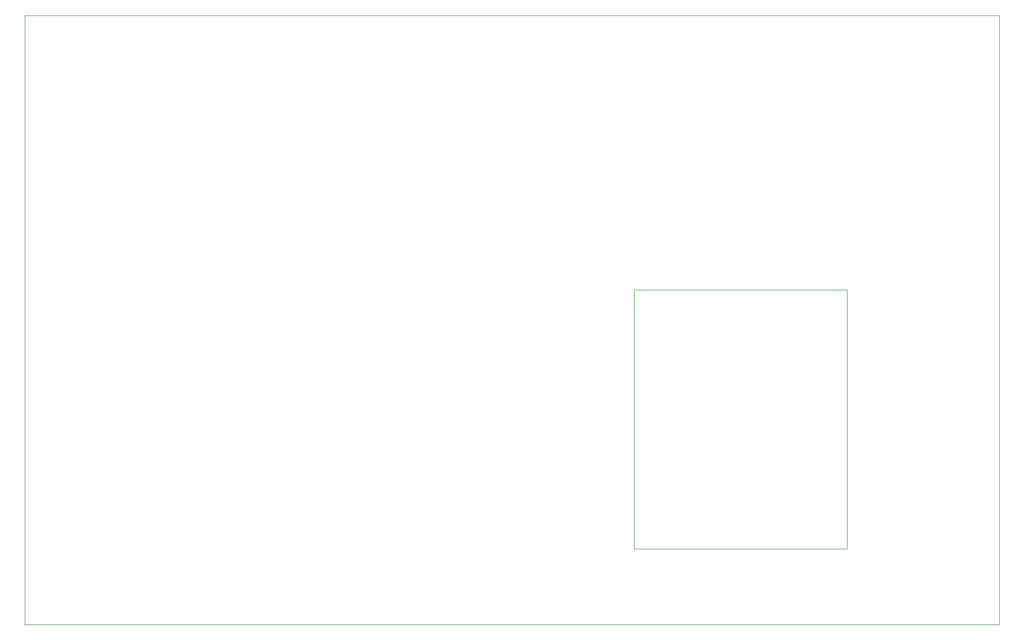
<source format=gbr>
G04 #@! TF.GenerationSoftware,KiCad,Pcbnew,(5.1.2)-1*
G04 #@! TF.CreationDate,2020-09-11T16:18:24+02:00*
G04 #@! TF.ProjectId,AFE_1CH_2V0,4146455f-3143-4485-9f32-56302e6b6963,3.1*
G04 #@! TF.SameCoordinates,Original*
G04 #@! TF.FileFunction,Profile,NP*
%FSLAX46Y46*%
G04 Gerber Fmt 4.6, Leading zero omitted, Abs format (unit mm)*
G04 Created by KiCad (PCBNEW (5.1.2)-1) date 2020-09-11 16:18:24*
%MOMM*%
%LPD*%
G04 APERTURE LIST*
%ADD10C,0.050000*%
G04 APERTURE END LIST*
D10*
X225000000Y-90000000D02*
X225000000Y-132500000D01*
X225000000Y-132500000D02*
X190000000Y-132500000D01*
X250000000Y-70402000D02*
X250000000Y-145000000D01*
X190000000Y-90000000D02*
X225000000Y-90000000D01*
X190000000Y-90000000D02*
X190000000Y-132500000D01*
X250000000Y-145000000D02*
X90000000Y-145000000D01*
X250000000Y-45000000D02*
X250000000Y-70402000D01*
X90000000Y-45000000D02*
X250000000Y-45000000D01*
X90000000Y-145000000D02*
X90000000Y-45000000D01*
M02*

</source>
